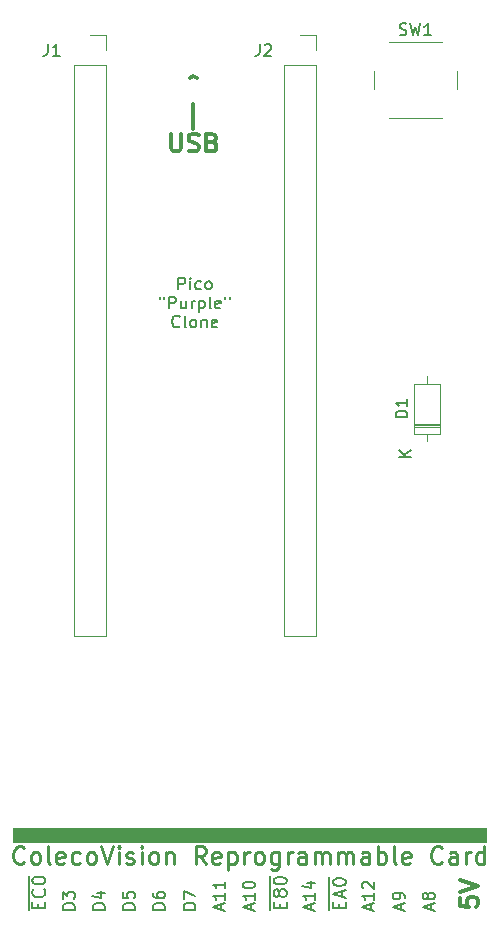
<source format=gbr>
%TF.GenerationSoftware,KiCad,Pcbnew,8.0.1*%
%TF.CreationDate,2024-04-26T17:01:43+02:00*%
%TF.ProjectId,PiCOLECO,5069434f-4c45-4434-9f2e-6b696361645f,1*%
%TF.SameCoordinates,Original*%
%TF.FileFunction,Legend,Top*%
%TF.FilePolarity,Positive*%
%FSLAX46Y46*%
G04 Gerber Fmt 4.6, Leading zero omitted, Abs format (unit mm)*
G04 Created by KiCad (PCBNEW 8.0.1) date 2024-04-26 17:01:43*
%MOMM*%
%LPD*%
G01*
G04 APERTURE LIST*
%ADD10C,0.150000*%
%ADD11C,0.300000*%
%ADD12C,0.250000*%
%ADD13C,0.200000*%
%ADD14C,0.100000*%
%ADD15C,0.120000*%
%ADD16R,1.750000X7.000000*%
%ADD17R,1.750000X5.750000*%
%ADD18C,2.000000*%
%ADD19R,1.700000X1.700000*%
%ADD20O,1.700000X1.700000*%
%ADD21R,1.600000X1.600000*%
%ADD22O,1.600000X1.600000*%
G04 APERTURE END LIST*
D10*
X93069048Y-93624931D02*
X93069048Y-92624931D01*
X93069048Y-92624931D02*
X93450000Y-92624931D01*
X93450000Y-92624931D02*
X93545238Y-92672550D01*
X93545238Y-92672550D02*
X93592857Y-92720169D01*
X93592857Y-92720169D02*
X93640476Y-92815407D01*
X93640476Y-92815407D02*
X93640476Y-92958264D01*
X93640476Y-92958264D02*
X93592857Y-93053502D01*
X93592857Y-93053502D02*
X93545238Y-93101121D01*
X93545238Y-93101121D02*
X93450000Y-93148740D01*
X93450000Y-93148740D02*
X93069048Y-93148740D01*
X94069048Y-93624931D02*
X94069048Y-92958264D01*
X94069048Y-92624931D02*
X94021429Y-92672550D01*
X94021429Y-92672550D02*
X94069048Y-92720169D01*
X94069048Y-92720169D02*
X94116667Y-92672550D01*
X94116667Y-92672550D02*
X94069048Y-92624931D01*
X94069048Y-92624931D02*
X94069048Y-92720169D01*
X94973809Y-93577312D02*
X94878571Y-93624931D01*
X94878571Y-93624931D02*
X94688095Y-93624931D01*
X94688095Y-93624931D02*
X94592857Y-93577312D01*
X94592857Y-93577312D02*
X94545238Y-93529692D01*
X94545238Y-93529692D02*
X94497619Y-93434454D01*
X94497619Y-93434454D02*
X94497619Y-93148740D01*
X94497619Y-93148740D02*
X94545238Y-93053502D01*
X94545238Y-93053502D02*
X94592857Y-93005883D01*
X94592857Y-93005883D02*
X94688095Y-92958264D01*
X94688095Y-92958264D02*
X94878571Y-92958264D01*
X94878571Y-92958264D02*
X94973809Y-93005883D01*
X95545238Y-93624931D02*
X95450000Y-93577312D01*
X95450000Y-93577312D02*
X95402381Y-93529692D01*
X95402381Y-93529692D02*
X95354762Y-93434454D01*
X95354762Y-93434454D02*
X95354762Y-93148740D01*
X95354762Y-93148740D02*
X95402381Y-93053502D01*
X95402381Y-93053502D02*
X95450000Y-93005883D01*
X95450000Y-93005883D02*
X95545238Y-92958264D01*
X95545238Y-92958264D02*
X95688095Y-92958264D01*
X95688095Y-92958264D02*
X95783333Y-93005883D01*
X95783333Y-93005883D02*
X95830952Y-93053502D01*
X95830952Y-93053502D02*
X95878571Y-93148740D01*
X95878571Y-93148740D02*
X95878571Y-93434454D01*
X95878571Y-93434454D02*
X95830952Y-93529692D01*
X95830952Y-93529692D02*
X95783333Y-93577312D01*
X95783333Y-93577312D02*
X95688095Y-93624931D01*
X95688095Y-93624931D02*
X95545238Y-93624931D01*
X91473809Y-94234875D02*
X91473809Y-94425351D01*
X91854761Y-94234875D02*
X91854761Y-94425351D01*
X92283333Y-95234875D02*
X92283333Y-94234875D01*
X92283333Y-94234875D02*
X92664285Y-94234875D01*
X92664285Y-94234875D02*
X92759523Y-94282494D01*
X92759523Y-94282494D02*
X92807142Y-94330113D01*
X92807142Y-94330113D02*
X92854761Y-94425351D01*
X92854761Y-94425351D02*
X92854761Y-94568208D01*
X92854761Y-94568208D02*
X92807142Y-94663446D01*
X92807142Y-94663446D02*
X92759523Y-94711065D01*
X92759523Y-94711065D02*
X92664285Y-94758684D01*
X92664285Y-94758684D02*
X92283333Y-94758684D01*
X93711904Y-94568208D02*
X93711904Y-95234875D01*
X93283333Y-94568208D02*
X93283333Y-95092017D01*
X93283333Y-95092017D02*
X93330952Y-95187256D01*
X93330952Y-95187256D02*
X93426190Y-95234875D01*
X93426190Y-95234875D02*
X93569047Y-95234875D01*
X93569047Y-95234875D02*
X93664285Y-95187256D01*
X93664285Y-95187256D02*
X93711904Y-95139636D01*
X94188095Y-95234875D02*
X94188095Y-94568208D01*
X94188095Y-94758684D02*
X94235714Y-94663446D01*
X94235714Y-94663446D02*
X94283333Y-94615827D01*
X94283333Y-94615827D02*
X94378571Y-94568208D01*
X94378571Y-94568208D02*
X94473809Y-94568208D01*
X94807143Y-94568208D02*
X94807143Y-95568208D01*
X94807143Y-94615827D02*
X94902381Y-94568208D01*
X94902381Y-94568208D02*
X95092857Y-94568208D01*
X95092857Y-94568208D02*
X95188095Y-94615827D01*
X95188095Y-94615827D02*
X95235714Y-94663446D01*
X95235714Y-94663446D02*
X95283333Y-94758684D01*
X95283333Y-94758684D02*
X95283333Y-95044398D01*
X95283333Y-95044398D02*
X95235714Y-95139636D01*
X95235714Y-95139636D02*
X95188095Y-95187256D01*
X95188095Y-95187256D02*
X95092857Y-95234875D01*
X95092857Y-95234875D02*
X94902381Y-95234875D01*
X94902381Y-95234875D02*
X94807143Y-95187256D01*
X95854762Y-95234875D02*
X95759524Y-95187256D01*
X95759524Y-95187256D02*
X95711905Y-95092017D01*
X95711905Y-95092017D02*
X95711905Y-94234875D01*
X96616667Y-95187256D02*
X96521429Y-95234875D01*
X96521429Y-95234875D02*
X96330953Y-95234875D01*
X96330953Y-95234875D02*
X96235715Y-95187256D01*
X96235715Y-95187256D02*
X96188096Y-95092017D01*
X96188096Y-95092017D02*
X96188096Y-94711065D01*
X96188096Y-94711065D02*
X96235715Y-94615827D01*
X96235715Y-94615827D02*
X96330953Y-94568208D01*
X96330953Y-94568208D02*
X96521429Y-94568208D01*
X96521429Y-94568208D02*
X96616667Y-94615827D01*
X96616667Y-94615827D02*
X96664286Y-94711065D01*
X96664286Y-94711065D02*
X96664286Y-94806303D01*
X96664286Y-94806303D02*
X96188096Y-94901541D01*
X97045239Y-94234875D02*
X97045239Y-94425351D01*
X97426191Y-94234875D02*
X97426191Y-94425351D01*
X93164285Y-96749580D02*
X93116666Y-96797200D01*
X93116666Y-96797200D02*
X92973809Y-96844819D01*
X92973809Y-96844819D02*
X92878571Y-96844819D01*
X92878571Y-96844819D02*
X92735714Y-96797200D01*
X92735714Y-96797200D02*
X92640476Y-96701961D01*
X92640476Y-96701961D02*
X92592857Y-96606723D01*
X92592857Y-96606723D02*
X92545238Y-96416247D01*
X92545238Y-96416247D02*
X92545238Y-96273390D01*
X92545238Y-96273390D02*
X92592857Y-96082914D01*
X92592857Y-96082914D02*
X92640476Y-95987676D01*
X92640476Y-95987676D02*
X92735714Y-95892438D01*
X92735714Y-95892438D02*
X92878571Y-95844819D01*
X92878571Y-95844819D02*
X92973809Y-95844819D01*
X92973809Y-95844819D02*
X93116666Y-95892438D01*
X93116666Y-95892438D02*
X93164285Y-95940057D01*
X93735714Y-96844819D02*
X93640476Y-96797200D01*
X93640476Y-96797200D02*
X93592857Y-96701961D01*
X93592857Y-96701961D02*
X93592857Y-95844819D01*
X94259524Y-96844819D02*
X94164286Y-96797200D01*
X94164286Y-96797200D02*
X94116667Y-96749580D01*
X94116667Y-96749580D02*
X94069048Y-96654342D01*
X94069048Y-96654342D02*
X94069048Y-96368628D01*
X94069048Y-96368628D02*
X94116667Y-96273390D01*
X94116667Y-96273390D02*
X94164286Y-96225771D01*
X94164286Y-96225771D02*
X94259524Y-96178152D01*
X94259524Y-96178152D02*
X94402381Y-96178152D01*
X94402381Y-96178152D02*
X94497619Y-96225771D01*
X94497619Y-96225771D02*
X94545238Y-96273390D01*
X94545238Y-96273390D02*
X94592857Y-96368628D01*
X94592857Y-96368628D02*
X94592857Y-96654342D01*
X94592857Y-96654342D02*
X94545238Y-96749580D01*
X94545238Y-96749580D02*
X94497619Y-96797200D01*
X94497619Y-96797200D02*
X94402381Y-96844819D01*
X94402381Y-96844819D02*
X94259524Y-96844819D01*
X95021429Y-96178152D02*
X95021429Y-96844819D01*
X95021429Y-96273390D02*
X95069048Y-96225771D01*
X95069048Y-96225771D02*
X95164286Y-96178152D01*
X95164286Y-96178152D02*
X95307143Y-96178152D01*
X95307143Y-96178152D02*
X95402381Y-96225771D01*
X95402381Y-96225771D02*
X95450000Y-96321009D01*
X95450000Y-96321009D02*
X95450000Y-96844819D01*
X96307143Y-96797200D02*
X96211905Y-96844819D01*
X96211905Y-96844819D02*
X96021429Y-96844819D01*
X96021429Y-96844819D02*
X95926191Y-96797200D01*
X95926191Y-96797200D02*
X95878572Y-96701961D01*
X95878572Y-96701961D02*
X95878572Y-96321009D01*
X95878572Y-96321009D02*
X95926191Y-96225771D01*
X95926191Y-96225771D02*
X96021429Y-96178152D01*
X96021429Y-96178152D02*
X96211905Y-96178152D01*
X96211905Y-96178152D02*
X96307143Y-96225771D01*
X96307143Y-96225771D02*
X96354762Y-96321009D01*
X96354762Y-96321009D02*
X96354762Y-96416247D01*
X96354762Y-96416247D02*
X95878572Y-96511485D01*
D11*
X94039286Y-75763853D02*
X94325000Y-75549568D01*
X94325000Y-75549568D02*
X94610714Y-75763853D01*
X94325000Y-80035912D02*
X94325000Y-77893055D01*
X92432142Y-80450828D02*
X92432142Y-81665114D01*
X92432142Y-81665114D02*
X92503571Y-81807971D01*
X92503571Y-81807971D02*
X92575000Y-81879400D01*
X92575000Y-81879400D02*
X92717857Y-81950828D01*
X92717857Y-81950828D02*
X93003571Y-81950828D01*
X93003571Y-81950828D02*
X93146428Y-81879400D01*
X93146428Y-81879400D02*
X93217857Y-81807971D01*
X93217857Y-81807971D02*
X93289285Y-81665114D01*
X93289285Y-81665114D02*
X93289285Y-80450828D01*
X93932143Y-81879400D02*
X94146429Y-81950828D01*
X94146429Y-81950828D02*
X94503571Y-81950828D01*
X94503571Y-81950828D02*
X94646429Y-81879400D01*
X94646429Y-81879400D02*
X94717857Y-81807971D01*
X94717857Y-81807971D02*
X94789286Y-81665114D01*
X94789286Y-81665114D02*
X94789286Y-81522257D01*
X94789286Y-81522257D02*
X94717857Y-81379400D01*
X94717857Y-81379400D02*
X94646429Y-81307971D01*
X94646429Y-81307971D02*
X94503571Y-81236542D01*
X94503571Y-81236542D02*
X94217857Y-81165114D01*
X94217857Y-81165114D02*
X94075000Y-81093685D01*
X94075000Y-81093685D02*
X94003571Y-81022257D01*
X94003571Y-81022257D02*
X93932143Y-80879400D01*
X93932143Y-80879400D02*
X93932143Y-80736542D01*
X93932143Y-80736542D02*
X94003571Y-80593685D01*
X94003571Y-80593685D02*
X94075000Y-80522257D01*
X94075000Y-80522257D02*
X94217857Y-80450828D01*
X94217857Y-80450828D02*
X94575000Y-80450828D01*
X94575000Y-80450828D02*
X94789286Y-80522257D01*
X95932142Y-81165114D02*
X96146428Y-81236542D01*
X96146428Y-81236542D02*
X96217857Y-81307971D01*
X96217857Y-81307971D02*
X96289285Y-81450828D01*
X96289285Y-81450828D02*
X96289285Y-81665114D01*
X96289285Y-81665114D02*
X96217857Y-81807971D01*
X96217857Y-81807971D02*
X96146428Y-81879400D01*
X96146428Y-81879400D02*
X96003571Y-81950828D01*
X96003571Y-81950828D02*
X95432142Y-81950828D01*
X95432142Y-81950828D02*
X95432142Y-80450828D01*
X95432142Y-80450828D02*
X95932142Y-80450828D01*
X95932142Y-80450828D02*
X96075000Y-80522257D01*
X96075000Y-80522257D02*
X96146428Y-80593685D01*
X96146428Y-80593685D02*
X96217857Y-80736542D01*
X96217857Y-80736542D02*
X96217857Y-80879400D01*
X96217857Y-80879400D02*
X96146428Y-81022257D01*
X96146428Y-81022257D02*
X96075000Y-81093685D01*
X96075000Y-81093685D02*
X95932142Y-81165114D01*
X95932142Y-81165114D02*
X95432142Y-81165114D01*
X116920028Y-145118913D02*
X116920028Y-145833199D01*
X116920028Y-145833199D02*
X117634314Y-145904627D01*
X117634314Y-145904627D02*
X117562885Y-145833199D01*
X117562885Y-145833199D02*
X117491457Y-145690342D01*
X117491457Y-145690342D02*
X117491457Y-145333199D01*
X117491457Y-145333199D02*
X117562885Y-145190342D01*
X117562885Y-145190342D02*
X117634314Y-145118913D01*
X117634314Y-145118913D02*
X117777171Y-145047484D01*
X117777171Y-145047484D02*
X118134314Y-145047484D01*
X118134314Y-145047484D02*
X118277171Y-145118913D01*
X118277171Y-145118913D02*
X118348600Y-145190342D01*
X118348600Y-145190342D02*
X118420028Y-145333199D01*
X118420028Y-145333199D02*
X118420028Y-145690342D01*
X118420028Y-145690342D02*
X118348600Y-145833199D01*
X118348600Y-145833199D02*
X118277171Y-145904627D01*
X116920028Y-144618913D02*
X118420028Y-144118913D01*
X118420028Y-144118913D02*
X116920028Y-143618913D01*
D10*
X109338304Y-146150675D02*
X109338304Y-145674485D01*
X109624019Y-146245913D02*
X108624019Y-145912580D01*
X108624019Y-145912580D02*
X109624019Y-145579247D01*
X109624019Y-144722104D02*
X109624019Y-145293532D01*
X109624019Y-145007818D02*
X108624019Y-145007818D01*
X108624019Y-145007818D02*
X108766876Y-145103056D01*
X108766876Y-145103056D02*
X108862114Y-145198294D01*
X108862114Y-145198294D02*
X108909733Y-145293532D01*
X108719257Y-144341151D02*
X108671638Y-144293532D01*
X108671638Y-144293532D02*
X108624019Y-144198294D01*
X108624019Y-144198294D02*
X108624019Y-143960199D01*
X108624019Y-143960199D02*
X108671638Y-143864961D01*
X108671638Y-143864961D02*
X108719257Y-143817342D01*
X108719257Y-143817342D02*
X108814495Y-143769723D01*
X108814495Y-143769723D02*
X108909733Y-143769723D01*
X108909733Y-143769723D02*
X109052590Y-143817342D01*
X109052590Y-143817342D02*
X109624019Y-144388770D01*
X109624019Y-144388770D02*
X109624019Y-143769723D01*
X104321804Y-146150675D02*
X104321804Y-145674485D01*
X104607519Y-146245913D02*
X103607519Y-145912580D01*
X103607519Y-145912580D02*
X104607519Y-145579247D01*
X104607519Y-144722104D02*
X104607519Y-145293532D01*
X104607519Y-145007818D02*
X103607519Y-145007818D01*
X103607519Y-145007818D02*
X103750376Y-145103056D01*
X103750376Y-145103056D02*
X103845614Y-145198294D01*
X103845614Y-145198294D02*
X103893233Y-145293532D01*
X103940852Y-143864961D02*
X104607519Y-143864961D01*
X103559900Y-144103056D02*
X104274185Y-144341151D01*
X104274185Y-144341151D02*
X104274185Y-143722104D01*
D12*
X80024285Y-142143070D02*
X79952857Y-142214499D01*
X79952857Y-142214499D02*
X79738571Y-142285927D01*
X79738571Y-142285927D02*
X79595714Y-142285927D01*
X79595714Y-142285927D02*
X79381428Y-142214499D01*
X79381428Y-142214499D02*
X79238571Y-142071641D01*
X79238571Y-142071641D02*
X79167142Y-141928784D01*
X79167142Y-141928784D02*
X79095714Y-141643070D01*
X79095714Y-141643070D02*
X79095714Y-141428784D01*
X79095714Y-141428784D02*
X79167142Y-141143070D01*
X79167142Y-141143070D02*
X79238571Y-141000213D01*
X79238571Y-141000213D02*
X79381428Y-140857356D01*
X79381428Y-140857356D02*
X79595714Y-140785927D01*
X79595714Y-140785927D02*
X79738571Y-140785927D01*
X79738571Y-140785927D02*
X79952857Y-140857356D01*
X79952857Y-140857356D02*
X80024285Y-140928784D01*
X80881428Y-142285927D02*
X80738571Y-142214499D01*
X80738571Y-142214499D02*
X80667142Y-142143070D01*
X80667142Y-142143070D02*
X80595714Y-142000213D01*
X80595714Y-142000213D02*
X80595714Y-141571641D01*
X80595714Y-141571641D02*
X80667142Y-141428784D01*
X80667142Y-141428784D02*
X80738571Y-141357356D01*
X80738571Y-141357356D02*
X80881428Y-141285927D01*
X80881428Y-141285927D02*
X81095714Y-141285927D01*
X81095714Y-141285927D02*
X81238571Y-141357356D01*
X81238571Y-141357356D02*
X81310000Y-141428784D01*
X81310000Y-141428784D02*
X81381428Y-141571641D01*
X81381428Y-141571641D02*
X81381428Y-142000213D01*
X81381428Y-142000213D02*
X81310000Y-142143070D01*
X81310000Y-142143070D02*
X81238571Y-142214499D01*
X81238571Y-142214499D02*
X81095714Y-142285927D01*
X81095714Y-142285927D02*
X80881428Y-142285927D01*
X82238571Y-142285927D02*
X82095714Y-142214499D01*
X82095714Y-142214499D02*
X82024285Y-142071641D01*
X82024285Y-142071641D02*
X82024285Y-140785927D01*
X83381428Y-142214499D02*
X83238571Y-142285927D01*
X83238571Y-142285927D02*
X82952857Y-142285927D01*
X82952857Y-142285927D02*
X82809999Y-142214499D01*
X82809999Y-142214499D02*
X82738571Y-142071641D01*
X82738571Y-142071641D02*
X82738571Y-141500213D01*
X82738571Y-141500213D02*
X82809999Y-141357356D01*
X82809999Y-141357356D02*
X82952857Y-141285927D01*
X82952857Y-141285927D02*
X83238571Y-141285927D01*
X83238571Y-141285927D02*
X83381428Y-141357356D01*
X83381428Y-141357356D02*
X83452857Y-141500213D01*
X83452857Y-141500213D02*
X83452857Y-141643070D01*
X83452857Y-141643070D02*
X82738571Y-141785927D01*
X84738571Y-142214499D02*
X84595713Y-142285927D01*
X84595713Y-142285927D02*
X84309999Y-142285927D01*
X84309999Y-142285927D02*
X84167142Y-142214499D01*
X84167142Y-142214499D02*
X84095713Y-142143070D01*
X84095713Y-142143070D02*
X84024285Y-142000213D01*
X84024285Y-142000213D02*
X84024285Y-141571641D01*
X84024285Y-141571641D02*
X84095713Y-141428784D01*
X84095713Y-141428784D02*
X84167142Y-141357356D01*
X84167142Y-141357356D02*
X84309999Y-141285927D01*
X84309999Y-141285927D02*
X84595713Y-141285927D01*
X84595713Y-141285927D02*
X84738571Y-141357356D01*
X85595713Y-142285927D02*
X85452856Y-142214499D01*
X85452856Y-142214499D02*
X85381427Y-142143070D01*
X85381427Y-142143070D02*
X85309999Y-142000213D01*
X85309999Y-142000213D02*
X85309999Y-141571641D01*
X85309999Y-141571641D02*
X85381427Y-141428784D01*
X85381427Y-141428784D02*
X85452856Y-141357356D01*
X85452856Y-141357356D02*
X85595713Y-141285927D01*
X85595713Y-141285927D02*
X85809999Y-141285927D01*
X85809999Y-141285927D02*
X85952856Y-141357356D01*
X85952856Y-141357356D02*
X86024285Y-141428784D01*
X86024285Y-141428784D02*
X86095713Y-141571641D01*
X86095713Y-141571641D02*
X86095713Y-142000213D01*
X86095713Y-142000213D02*
X86024285Y-142143070D01*
X86024285Y-142143070D02*
X85952856Y-142214499D01*
X85952856Y-142214499D02*
X85809999Y-142285927D01*
X85809999Y-142285927D02*
X85595713Y-142285927D01*
X86524285Y-140785927D02*
X87024285Y-142285927D01*
X87024285Y-142285927D02*
X87524285Y-140785927D01*
X88024284Y-142285927D02*
X88024284Y-141285927D01*
X88024284Y-140785927D02*
X87952856Y-140857356D01*
X87952856Y-140857356D02*
X88024284Y-140928784D01*
X88024284Y-140928784D02*
X88095713Y-140857356D01*
X88095713Y-140857356D02*
X88024284Y-140785927D01*
X88024284Y-140785927D02*
X88024284Y-140928784D01*
X88667142Y-142214499D02*
X88809999Y-142285927D01*
X88809999Y-142285927D02*
X89095713Y-142285927D01*
X89095713Y-142285927D02*
X89238570Y-142214499D01*
X89238570Y-142214499D02*
X89309999Y-142071641D01*
X89309999Y-142071641D02*
X89309999Y-142000213D01*
X89309999Y-142000213D02*
X89238570Y-141857356D01*
X89238570Y-141857356D02*
X89095713Y-141785927D01*
X89095713Y-141785927D02*
X88881428Y-141785927D01*
X88881428Y-141785927D02*
X88738570Y-141714499D01*
X88738570Y-141714499D02*
X88667142Y-141571641D01*
X88667142Y-141571641D02*
X88667142Y-141500213D01*
X88667142Y-141500213D02*
X88738570Y-141357356D01*
X88738570Y-141357356D02*
X88881428Y-141285927D01*
X88881428Y-141285927D02*
X89095713Y-141285927D01*
X89095713Y-141285927D02*
X89238570Y-141357356D01*
X89952856Y-142285927D02*
X89952856Y-141285927D01*
X89952856Y-140785927D02*
X89881428Y-140857356D01*
X89881428Y-140857356D02*
X89952856Y-140928784D01*
X89952856Y-140928784D02*
X90024285Y-140857356D01*
X90024285Y-140857356D02*
X89952856Y-140785927D01*
X89952856Y-140785927D02*
X89952856Y-140928784D01*
X90881428Y-142285927D02*
X90738571Y-142214499D01*
X90738571Y-142214499D02*
X90667142Y-142143070D01*
X90667142Y-142143070D02*
X90595714Y-142000213D01*
X90595714Y-142000213D02*
X90595714Y-141571641D01*
X90595714Y-141571641D02*
X90667142Y-141428784D01*
X90667142Y-141428784D02*
X90738571Y-141357356D01*
X90738571Y-141357356D02*
X90881428Y-141285927D01*
X90881428Y-141285927D02*
X91095714Y-141285927D01*
X91095714Y-141285927D02*
X91238571Y-141357356D01*
X91238571Y-141357356D02*
X91310000Y-141428784D01*
X91310000Y-141428784D02*
X91381428Y-141571641D01*
X91381428Y-141571641D02*
X91381428Y-142000213D01*
X91381428Y-142000213D02*
X91310000Y-142143070D01*
X91310000Y-142143070D02*
X91238571Y-142214499D01*
X91238571Y-142214499D02*
X91095714Y-142285927D01*
X91095714Y-142285927D02*
X90881428Y-142285927D01*
X92024285Y-141285927D02*
X92024285Y-142285927D01*
X92024285Y-141428784D02*
X92095714Y-141357356D01*
X92095714Y-141357356D02*
X92238571Y-141285927D01*
X92238571Y-141285927D02*
X92452857Y-141285927D01*
X92452857Y-141285927D02*
X92595714Y-141357356D01*
X92595714Y-141357356D02*
X92667143Y-141500213D01*
X92667143Y-141500213D02*
X92667143Y-142285927D01*
X95381428Y-142285927D02*
X94881428Y-141571641D01*
X94524285Y-142285927D02*
X94524285Y-140785927D01*
X94524285Y-140785927D02*
X95095714Y-140785927D01*
X95095714Y-140785927D02*
X95238571Y-140857356D01*
X95238571Y-140857356D02*
X95310000Y-140928784D01*
X95310000Y-140928784D02*
X95381428Y-141071641D01*
X95381428Y-141071641D02*
X95381428Y-141285927D01*
X95381428Y-141285927D02*
X95310000Y-141428784D01*
X95310000Y-141428784D02*
X95238571Y-141500213D01*
X95238571Y-141500213D02*
X95095714Y-141571641D01*
X95095714Y-141571641D02*
X94524285Y-141571641D01*
X96595714Y-142214499D02*
X96452857Y-142285927D01*
X96452857Y-142285927D02*
X96167143Y-142285927D01*
X96167143Y-142285927D02*
X96024285Y-142214499D01*
X96024285Y-142214499D02*
X95952857Y-142071641D01*
X95952857Y-142071641D02*
X95952857Y-141500213D01*
X95952857Y-141500213D02*
X96024285Y-141357356D01*
X96024285Y-141357356D02*
X96167143Y-141285927D01*
X96167143Y-141285927D02*
X96452857Y-141285927D01*
X96452857Y-141285927D02*
X96595714Y-141357356D01*
X96595714Y-141357356D02*
X96667143Y-141500213D01*
X96667143Y-141500213D02*
X96667143Y-141643070D01*
X96667143Y-141643070D02*
X95952857Y-141785927D01*
X97309999Y-141285927D02*
X97309999Y-142785927D01*
X97309999Y-141357356D02*
X97452857Y-141285927D01*
X97452857Y-141285927D02*
X97738571Y-141285927D01*
X97738571Y-141285927D02*
X97881428Y-141357356D01*
X97881428Y-141357356D02*
X97952857Y-141428784D01*
X97952857Y-141428784D02*
X98024285Y-141571641D01*
X98024285Y-141571641D02*
X98024285Y-142000213D01*
X98024285Y-142000213D02*
X97952857Y-142143070D01*
X97952857Y-142143070D02*
X97881428Y-142214499D01*
X97881428Y-142214499D02*
X97738571Y-142285927D01*
X97738571Y-142285927D02*
X97452857Y-142285927D01*
X97452857Y-142285927D02*
X97309999Y-142214499D01*
X98667142Y-142285927D02*
X98667142Y-141285927D01*
X98667142Y-141571641D02*
X98738571Y-141428784D01*
X98738571Y-141428784D02*
X98810000Y-141357356D01*
X98810000Y-141357356D02*
X98952857Y-141285927D01*
X98952857Y-141285927D02*
X99095714Y-141285927D01*
X99809999Y-142285927D02*
X99667142Y-142214499D01*
X99667142Y-142214499D02*
X99595713Y-142143070D01*
X99595713Y-142143070D02*
X99524285Y-142000213D01*
X99524285Y-142000213D02*
X99524285Y-141571641D01*
X99524285Y-141571641D02*
X99595713Y-141428784D01*
X99595713Y-141428784D02*
X99667142Y-141357356D01*
X99667142Y-141357356D02*
X99809999Y-141285927D01*
X99809999Y-141285927D02*
X100024285Y-141285927D01*
X100024285Y-141285927D02*
X100167142Y-141357356D01*
X100167142Y-141357356D02*
X100238571Y-141428784D01*
X100238571Y-141428784D02*
X100309999Y-141571641D01*
X100309999Y-141571641D02*
X100309999Y-142000213D01*
X100309999Y-142000213D02*
X100238571Y-142143070D01*
X100238571Y-142143070D02*
X100167142Y-142214499D01*
X100167142Y-142214499D02*
X100024285Y-142285927D01*
X100024285Y-142285927D02*
X99809999Y-142285927D01*
X101595714Y-141285927D02*
X101595714Y-142500213D01*
X101595714Y-142500213D02*
X101524285Y-142643070D01*
X101524285Y-142643070D02*
X101452856Y-142714499D01*
X101452856Y-142714499D02*
X101309999Y-142785927D01*
X101309999Y-142785927D02*
X101095714Y-142785927D01*
X101095714Y-142785927D02*
X100952856Y-142714499D01*
X101595714Y-142214499D02*
X101452856Y-142285927D01*
X101452856Y-142285927D02*
X101167142Y-142285927D01*
X101167142Y-142285927D02*
X101024285Y-142214499D01*
X101024285Y-142214499D02*
X100952856Y-142143070D01*
X100952856Y-142143070D02*
X100881428Y-142000213D01*
X100881428Y-142000213D02*
X100881428Y-141571641D01*
X100881428Y-141571641D02*
X100952856Y-141428784D01*
X100952856Y-141428784D02*
X101024285Y-141357356D01*
X101024285Y-141357356D02*
X101167142Y-141285927D01*
X101167142Y-141285927D02*
X101452856Y-141285927D01*
X101452856Y-141285927D02*
X101595714Y-141357356D01*
X102309999Y-142285927D02*
X102309999Y-141285927D01*
X102309999Y-141571641D02*
X102381428Y-141428784D01*
X102381428Y-141428784D02*
X102452857Y-141357356D01*
X102452857Y-141357356D02*
X102595714Y-141285927D01*
X102595714Y-141285927D02*
X102738571Y-141285927D01*
X103881428Y-142285927D02*
X103881428Y-141500213D01*
X103881428Y-141500213D02*
X103809999Y-141357356D01*
X103809999Y-141357356D02*
X103667142Y-141285927D01*
X103667142Y-141285927D02*
X103381428Y-141285927D01*
X103381428Y-141285927D02*
X103238570Y-141357356D01*
X103881428Y-142214499D02*
X103738570Y-142285927D01*
X103738570Y-142285927D02*
X103381428Y-142285927D01*
X103381428Y-142285927D02*
X103238570Y-142214499D01*
X103238570Y-142214499D02*
X103167142Y-142071641D01*
X103167142Y-142071641D02*
X103167142Y-141928784D01*
X103167142Y-141928784D02*
X103238570Y-141785927D01*
X103238570Y-141785927D02*
X103381428Y-141714499D01*
X103381428Y-141714499D02*
X103738570Y-141714499D01*
X103738570Y-141714499D02*
X103881428Y-141643070D01*
X104595713Y-142285927D02*
X104595713Y-141285927D01*
X104595713Y-141428784D02*
X104667142Y-141357356D01*
X104667142Y-141357356D02*
X104809999Y-141285927D01*
X104809999Y-141285927D02*
X105024285Y-141285927D01*
X105024285Y-141285927D02*
X105167142Y-141357356D01*
X105167142Y-141357356D02*
X105238571Y-141500213D01*
X105238571Y-141500213D02*
X105238571Y-142285927D01*
X105238571Y-141500213D02*
X105309999Y-141357356D01*
X105309999Y-141357356D02*
X105452856Y-141285927D01*
X105452856Y-141285927D02*
X105667142Y-141285927D01*
X105667142Y-141285927D02*
X105809999Y-141357356D01*
X105809999Y-141357356D02*
X105881428Y-141500213D01*
X105881428Y-141500213D02*
X105881428Y-142285927D01*
X106595713Y-142285927D02*
X106595713Y-141285927D01*
X106595713Y-141428784D02*
X106667142Y-141357356D01*
X106667142Y-141357356D02*
X106809999Y-141285927D01*
X106809999Y-141285927D02*
X107024285Y-141285927D01*
X107024285Y-141285927D02*
X107167142Y-141357356D01*
X107167142Y-141357356D02*
X107238571Y-141500213D01*
X107238571Y-141500213D02*
X107238571Y-142285927D01*
X107238571Y-141500213D02*
X107309999Y-141357356D01*
X107309999Y-141357356D02*
X107452856Y-141285927D01*
X107452856Y-141285927D02*
X107667142Y-141285927D01*
X107667142Y-141285927D02*
X107809999Y-141357356D01*
X107809999Y-141357356D02*
X107881428Y-141500213D01*
X107881428Y-141500213D02*
X107881428Y-142285927D01*
X109238571Y-142285927D02*
X109238571Y-141500213D01*
X109238571Y-141500213D02*
X109167142Y-141357356D01*
X109167142Y-141357356D02*
X109024285Y-141285927D01*
X109024285Y-141285927D02*
X108738571Y-141285927D01*
X108738571Y-141285927D02*
X108595713Y-141357356D01*
X109238571Y-142214499D02*
X109095713Y-142285927D01*
X109095713Y-142285927D02*
X108738571Y-142285927D01*
X108738571Y-142285927D02*
X108595713Y-142214499D01*
X108595713Y-142214499D02*
X108524285Y-142071641D01*
X108524285Y-142071641D02*
X108524285Y-141928784D01*
X108524285Y-141928784D02*
X108595713Y-141785927D01*
X108595713Y-141785927D02*
X108738571Y-141714499D01*
X108738571Y-141714499D02*
X109095713Y-141714499D01*
X109095713Y-141714499D02*
X109238571Y-141643070D01*
X109952856Y-142285927D02*
X109952856Y-140785927D01*
X109952856Y-141357356D02*
X110095714Y-141285927D01*
X110095714Y-141285927D02*
X110381428Y-141285927D01*
X110381428Y-141285927D02*
X110524285Y-141357356D01*
X110524285Y-141357356D02*
X110595714Y-141428784D01*
X110595714Y-141428784D02*
X110667142Y-141571641D01*
X110667142Y-141571641D02*
X110667142Y-142000213D01*
X110667142Y-142000213D02*
X110595714Y-142143070D01*
X110595714Y-142143070D02*
X110524285Y-142214499D01*
X110524285Y-142214499D02*
X110381428Y-142285927D01*
X110381428Y-142285927D02*
X110095714Y-142285927D01*
X110095714Y-142285927D02*
X109952856Y-142214499D01*
X111524285Y-142285927D02*
X111381428Y-142214499D01*
X111381428Y-142214499D02*
X111309999Y-142071641D01*
X111309999Y-142071641D02*
X111309999Y-140785927D01*
X112667142Y-142214499D02*
X112524285Y-142285927D01*
X112524285Y-142285927D02*
X112238571Y-142285927D01*
X112238571Y-142285927D02*
X112095713Y-142214499D01*
X112095713Y-142214499D02*
X112024285Y-142071641D01*
X112024285Y-142071641D02*
X112024285Y-141500213D01*
X112024285Y-141500213D02*
X112095713Y-141357356D01*
X112095713Y-141357356D02*
X112238571Y-141285927D01*
X112238571Y-141285927D02*
X112524285Y-141285927D01*
X112524285Y-141285927D02*
X112667142Y-141357356D01*
X112667142Y-141357356D02*
X112738571Y-141500213D01*
X112738571Y-141500213D02*
X112738571Y-141643070D01*
X112738571Y-141643070D02*
X112024285Y-141785927D01*
X115381427Y-142143070D02*
X115309999Y-142214499D01*
X115309999Y-142214499D02*
X115095713Y-142285927D01*
X115095713Y-142285927D02*
X114952856Y-142285927D01*
X114952856Y-142285927D02*
X114738570Y-142214499D01*
X114738570Y-142214499D02*
X114595713Y-142071641D01*
X114595713Y-142071641D02*
X114524284Y-141928784D01*
X114524284Y-141928784D02*
X114452856Y-141643070D01*
X114452856Y-141643070D02*
X114452856Y-141428784D01*
X114452856Y-141428784D02*
X114524284Y-141143070D01*
X114524284Y-141143070D02*
X114595713Y-141000213D01*
X114595713Y-141000213D02*
X114738570Y-140857356D01*
X114738570Y-140857356D02*
X114952856Y-140785927D01*
X114952856Y-140785927D02*
X115095713Y-140785927D01*
X115095713Y-140785927D02*
X115309999Y-140857356D01*
X115309999Y-140857356D02*
X115381427Y-140928784D01*
X116667142Y-142285927D02*
X116667142Y-141500213D01*
X116667142Y-141500213D02*
X116595713Y-141357356D01*
X116595713Y-141357356D02*
X116452856Y-141285927D01*
X116452856Y-141285927D02*
X116167142Y-141285927D01*
X116167142Y-141285927D02*
X116024284Y-141357356D01*
X116667142Y-142214499D02*
X116524284Y-142285927D01*
X116524284Y-142285927D02*
X116167142Y-142285927D01*
X116167142Y-142285927D02*
X116024284Y-142214499D01*
X116024284Y-142214499D02*
X115952856Y-142071641D01*
X115952856Y-142071641D02*
X115952856Y-141928784D01*
X115952856Y-141928784D02*
X116024284Y-141785927D01*
X116024284Y-141785927D02*
X116167142Y-141714499D01*
X116167142Y-141714499D02*
X116524284Y-141714499D01*
X116524284Y-141714499D02*
X116667142Y-141643070D01*
X117381427Y-142285927D02*
X117381427Y-141285927D01*
X117381427Y-141571641D02*
X117452856Y-141428784D01*
X117452856Y-141428784D02*
X117524285Y-141357356D01*
X117524285Y-141357356D02*
X117667142Y-141285927D01*
X117667142Y-141285927D02*
X117809999Y-141285927D01*
X118952856Y-142285927D02*
X118952856Y-140785927D01*
X118952856Y-142214499D02*
X118809998Y-142285927D01*
X118809998Y-142285927D02*
X118524284Y-142285927D01*
X118524284Y-142285927D02*
X118381427Y-142214499D01*
X118381427Y-142214499D02*
X118309998Y-142143070D01*
X118309998Y-142143070D02*
X118238570Y-142000213D01*
X118238570Y-142000213D02*
X118238570Y-141571641D01*
X118238570Y-141571641D02*
X118309998Y-141428784D01*
X118309998Y-141428784D02*
X118381427Y-141357356D01*
X118381427Y-141357356D02*
X118524284Y-141285927D01*
X118524284Y-141285927D02*
X118809998Y-141285927D01*
X118809998Y-141285927D02*
X118952856Y-141357356D01*
D10*
X91907519Y-146142794D02*
X90907519Y-146142794D01*
X90907519Y-146142794D02*
X90907519Y-145904699D01*
X90907519Y-145904699D02*
X90955138Y-145761842D01*
X90955138Y-145761842D02*
X91050376Y-145666604D01*
X91050376Y-145666604D02*
X91145614Y-145618985D01*
X91145614Y-145618985D02*
X91336090Y-145571366D01*
X91336090Y-145571366D02*
X91478947Y-145571366D01*
X91478947Y-145571366D02*
X91669423Y-145618985D01*
X91669423Y-145618985D02*
X91764661Y-145666604D01*
X91764661Y-145666604D02*
X91859900Y-145761842D01*
X91859900Y-145761842D02*
X91907519Y-145904699D01*
X91907519Y-145904699D02*
X91907519Y-146142794D01*
X90907519Y-144714223D02*
X90907519Y-144904699D01*
X90907519Y-144904699D02*
X90955138Y-144999937D01*
X90955138Y-144999937D02*
X91002757Y-145047556D01*
X91002757Y-145047556D02*
X91145614Y-145142794D01*
X91145614Y-145142794D02*
X91336090Y-145190413D01*
X91336090Y-145190413D02*
X91717042Y-145190413D01*
X91717042Y-145190413D02*
X91812280Y-145142794D01*
X91812280Y-145142794D02*
X91859900Y-145095175D01*
X91859900Y-145095175D02*
X91907519Y-144999937D01*
X91907519Y-144999937D02*
X91907519Y-144809461D01*
X91907519Y-144809461D02*
X91859900Y-144714223D01*
X91859900Y-144714223D02*
X91812280Y-144666604D01*
X91812280Y-144666604D02*
X91717042Y-144618985D01*
X91717042Y-144618985D02*
X91478947Y-144618985D01*
X91478947Y-144618985D02*
X91383709Y-144666604D01*
X91383709Y-144666604D02*
X91336090Y-144714223D01*
X91336090Y-144714223D02*
X91288471Y-144809461D01*
X91288471Y-144809461D02*
X91288471Y-144999937D01*
X91288471Y-144999937D02*
X91336090Y-145095175D01*
X91336090Y-145095175D02*
X91383709Y-145142794D01*
X91383709Y-145142794D02*
X91478947Y-145190413D01*
D13*
X81214990Y-146026022D02*
X81214990Y-145659355D01*
X81791180Y-145502212D02*
X81791180Y-146026022D01*
X81791180Y-146026022D02*
X80691180Y-146026022D01*
X80691180Y-146026022D02*
X80691180Y-145502212D01*
X81686419Y-144402212D02*
X81738800Y-144454593D01*
X81738800Y-144454593D02*
X81791180Y-144611736D01*
X81791180Y-144611736D02*
X81791180Y-144716498D01*
X81791180Y-144716498D02*
X81738800Y-144873641D01*
X81738800Y-144873641D02*
X81634038Y-144978403D01*
X81634038Y-144978403D02*
X81529276Y-145030784D01*
X81529276Y-145030784D02*
X81319752Y-145083165D01*
X81319752Y-145083165D02*
X81162609Y-145083165D01*
X81162609Y-145083165D02*
X80953085Y-145030784D01*
X80953085Y-145030784D02*
X80848323Y-144978403D01*
X80848323Y-144978403D02*
X80743561Y-144873641D01*
X80743561Y-144873641D02*
X80691180Y-144716498D01*
X80691180Y-144716498D02*
X80691180Y-144611736D01*
X80691180Y-144611736D02*
X80743561Y-144454593D01*
X80743561Y-144454593D02*
X80795942Y-144402212D01*
X80691180Y-143721260D02*
X80691180Y-143616498D01*
X80691180Y-143616498D02*
X80743561Y-143511736D01*
X80743561Y-143511736D02*
X80795942Y-143459355D01*
X80795942Y-143459355D02*
X80900704Y-143406974D01*
X80900704Y-143406974D02*
X81110228Y-143354593D01*
X81110228Y-143354593D02*
X81372133Y-143354593D01*
X81372133Y-143354593D02*
X81581657Y-143406974D01*
X81581657Y-143406974D02*
X81686419Y-143459355D01*
X81686419Y-143459355D02*
X81738800Y-143511736D01*
X81738800Y-143511736D02*
X81791180Y-143616498D01*
X81791180Y-143616498D02*
X81791180Y-143721260D01*
X81791180Y-143721260D02*
X81738800Y-143826022D01*
X81738800Y-143826022D02*
X81686419Y-143878403D01*
X81686419Y-143878403D02*
X81581657Y-143930784D01*
X81581657Y-143930784D02*
X81372133Y-143983165D01*
X81372133Y-143983165D02*
X81110228Y-143983165D01*
X81110228Y-143983165D02*
X80900704Y-143930784D01*
X80900704Y-143930784D02*
X80795942Y-143878403D01*
X80795942Y-143878403D02*
X80743561Y-143826022D01*
X80743561Y-143826022D02*
X80691180Y-143721260D01*
X80385800Y-146177927D02*
X80385800Y-143255070D01*
D10*
X89367519Y-146142794D02*
X88367519Y-146142794D01*
X88367519Y-146142794D02*
X88367519Y-145904699D01*
X88367519Y-145904699D02*
X88415138Y-145761842D01*
X88415138Y-145761842D02*
X88510376Y-145666604D01*
X88510376Y-145666604D02*
X88605614Y-145618985D01*
X88605614Y-145618985D02*
X88796090Y-145571366D01*
X88796090Y-145571366D02*
X88938947Y-145571366D01*
X88938947Y-145571366D02*
X89129423Y-145618985D01*
X89129423Y-145618985D02*
X89224661Y-145666604D01*
X89224661Y-145666604D02*
X89319900Y-145761842D01*
X89319900Y-145761842D02*
X89367519Y-145904699D01*
X89367519Y-145904699D02*
X89367519Y-146142794D01*
X88367519Y-144666604D02*
X88367519Y-145142794D01*
X88367519Y-145142794D02*
X88843709Y-145190413D01*
X88843709Y-145190413D02*
X88796090Y-145142794D01*
X88796090Y-145142794D02*
X88748471Y-145047556D01*
X88748471Y-145047556D02*
X88748471Y-144809461D01*
X88748471Y-144809461D02*
X88796090Y-144714223D01*
X88796090Y-144714223D02*
X88843709Y-144666604D01*
X88843709Y-144666604D02*
X88938947Y-144618985D01*
X88938947Y-144618985D02*
X89177042Y-144618985D01*
X89177042Y-144618985D02*
X89272280Y-144666604D01*
X89272280Y-144666604D02*
X89319900Y-144714223D01*
X89319900Y-144714223D02*
X89367519Y-144809461D01*
X89367519Y-144809461D02*
X89367519Y-145047556D01*
X89367519Y-145047556D02*
X89319900Y-145142794D01*
X89319900Y-145142794D02*
X89272280Y-145190413D01*
D13*
X106678490Y-146010951D02*
X106678490Y-145644284D01*
X107254680Y-145487141D02*
X107254680Y-146010951D01*
X107254680Y-146010951D02*
X106154680Y-146010951D01*
X106154680Y-146010951D02*
X106154680Y-145487141D01*
X106940395Y-145068094D02*
X106940395Y-144544284D01*
X107254680Y-145172856D02*
X106154680Y-144806189D01*
X106154680Y-144806189D02*
X107254680Y-144439522D01*
X106154680Y-143863332D02*
X106154680Y-143758570D01*
X106154680Y-143758570D02*
X106207061Y-143653808D01*
X106207061Y-143653808D02*
X106259442Y-143601427D01*
X106259442Y-143601427D02*
X106364204Y-143549046D01*
X106364204Y-143549046D02*
X106573728Y-143496665D01*
X106573728Y-143496665D02*
X106835633Y-143496665D01*
X106835633Y-143496665D02*
X107045157Y-143549046D01*
X107045157Y-143549046D02*
X107149919Y-143601427D01*
X107149919Y-143601427D02*
X107202300Y-143653808D01*
X107202300Y-143653808D02*
X107254680Y-143758570D01*
X107254680Y-143758570D02*
X107254680Y-143863332D01*
X107254680Y-143863332D02*
X107202300Y-143968094D01*
X107202300Y-143968094D02*
X107149919Y-144020475D01*
X107149919Y-144020475D02*
X107045157Y-144072856D01*
X107045157Y-144072856D02*
X106835633Y-144125237D01*
X106835633Y-144125237D02*
X106573728Y-144125237D01*
X106573728Y-144125237D02*
X106364204Y-144072856D01*
X106364204Y-144072856D02*
X106259442Y-144020475D01*
X106259442Y-144020475D02*
X106207061Y-143968094D01*
X106207061Y-143968094D02*
X106154680Y-143863332D01*
X105849300Y-146162856D02*
X105849300Y-143397142D01*
D10*
X114481804Y-146118985D02*
X114481804Y-145642795D01*
X114767519Y-146214223D02*
X113767519Y-145880890D01*
X113767519Y-145880890D02*
X114767519Y-145547557D01*
X114196090Y-145071366D02*
X114148471Y-145166604D01*
X114148471Y-145166604D02*
X114100852Y-145214223D01*
X114100852Y-145214223D02*
X114005614Y-145261842D01*
X114005614Y-145261842D02*
X113957995Y-145261842D01*
X113957995Y-145261842D02*
X113862757Y-145214223D01*
X113862757Y-145214223D02*
X113815138Y-145166604D01*
X113815138Y-145166604D02*
X113767519Y-145071366D01*
X113767519Y-145071366D02*
X113767519Y-144880890D01*
X113767519Y-144880890D02*
X113815138Y-144785652D01*
X113815138Y-144785652D02*
X113862757Y-144738033D01*
X113862757Y-144738033D02*
X113957995Y-144690414D01*
X113957995Y-144690414D02*
X114005614Y-144690414D01*
X114005614Y-144690414D02*
X114100852Y-144738033D01*
X114100852Y-144738033D02*
X114148471Y-144785652D01*
X114148471Y-144785652D02*
X114196090Y-144880890D01*
X114196090Y-144880890D02*
X114196090Y-145071366D01*
X114196090Y-145071366D02*
X114243709Y-145166604D01*
X114243709Y-145166604D02*
X114291328Y-145214223D01*
X114291328Y-145214223D02*
X114386566Y-145261842D01*
X114386566Y-145261842D02*
X114577042Y-145261842D01*
X114577042Y-145261842D02*
X114672280Y-145214223D01*
X114672280Y-145214223D02*
X114719900Y-145166604D01*
X114719900Y-145166604D02*
X114767519Y-145071366D01*
X114767519Y-145071366D02*
X114767519Y-144880890D01*
X114767519Y-144880890D02*
X114719900Y-144785652D01*
X114719900Y-144785652D02*
X114672280Y-144738033D01*
X114672280Y-144738033D02*
X114577042Y-144690414D01*
X114577042Y-144690414D02*
X114386566Y-144690414D01*
X114386566Y-144690414D02*
X114291328Y-144738033D01*
X114291328Y-144738033D02*
X114243709Y-144785652D01*
X114243709Y-144785652D02*
X114196090Y-144880890D01*
D13*
X101649289Y-145999832D02*
X101649289Y-145633165D01*
X102225479Y-145476022D02*
X102225479Y-145999832D01*
X102225479Y-145999832D02*
X101125479Y-145999832D01*
X101125479Y-145999832D02*
X101125479Y-145476022D01*
X101596908Y-144847451D02*
X101544527Y-144952213D01*
X101544527Y-144952213D02*
X101492146Y-145004594D01*
X101492146Y-145004594D02*
X101387384Y-145056975D01*
X101387384Y-145056975D02*
X101335003Y-145056975D01*
X101335003Y-145056975D02*
X101230241Y-145004594D01*
X101230241Y-145004594D02*
X101177860Y-144952213D01*
X101177860Y-144952213D02*
X101125479Y-144847451D01*
X101125479Y-144847451D02*
X101125479Y-144637927D01*
X101125479Y-144637927D02*
X101177860Y-144533165D01*
X101177860Y-144533165D02*
X101230241Y-144480784D01*
X101230241Y-144480784D02*
X101335003Y-144428403D01*
X101335003Y-144428403D02*
X101387384Y-144428403D01*
X101387384Y-144428403D02*
X101492146Y-144480784D01*
X101492146Y-144480784D02*
X101544527Y-144533165D01*
X101544527Y-144533165D02*
X101596908Y-144637927D01*
X101596908Y-144637927D02*
X101596908Y-144847451D01*
X101596908Y-144847451D02*
X101649289Y-144952213D01*
X101649289Y-144952213D02*
X101701670Y-145004594D01*
X101701670Y-145004594D02*
X101806432Y-145056975D01*
X101806432Y-145056975D02*
X102015956Y-145056975D01*
X102015956Y-145056975D02*
X102120718Y-145004594D01*
X102120718Y-145004594D02*
X102173099Y-144952213D01*
X102173099Y-144952213D02*
X102225479Y-144847451D01*
X102225479Y-144847451D02*
X102225479Y-144637927D01*
X102225479Y-144637927D02*
X102173099Y-144533165D01*
X102173099Y-144533165D02*
X102120718Y-144480784D01*
X102120718Y-144480784D02*
X102015956Y-144428403D01*
X102015956Y-144428403D02*
X101806432Y-144428403D01*
X101806432Y-144428403D02*
X101701670Y-144480784D01*
X101701670Y-144480784D02*
X101649289Y-144533165D01*
X101649289Y-144533165D02*
X101596908Y-144637927D01*
X101125479Y-143747451D02*
X101125479Y-143642689D01*
X101125479Y-143642689D02*
X101177860Y-143537927D01*
X101177860Y-143537927D02*
X101230241Y-143485546D01*
X101230241Y-143485546D02*
X101335003Y-143433165D01*
X101335003Y-143433165D02*
X101544527Y-143380784D01*
X101544527Y-143380784D02*
X101806432Y-143380784D01*
X101806432Y-143380784D02*
X102015956Y-143433165D01*
X102015956Y-143433165D02*
X102120718Y-143485546D01*
X102120718Y-143485546D02*
X102173099Y-143537927D01*
X102173099Y-143537927D02*
X102225479Y-143642689D01*
X102225479Y-143642689D02*
X102225479Y-143747451D01*
X102225479Y-143747451D02*
X102173099Y-143852213D01*
X102173099Y-143852213D02*
X102120718Y-143904594D01*
X102120718Y-143904594D02*
X102015956Y-143956975D01*
X102015956Y-143956975D02*
X101806432Y-144009356D01*
X101806432Y-144009356D02*
X101544527Y-144009356D01*
X101544527Y-144009356D02*
X101335003Y-143956975D01*
X101335003Y-143956975D02*
X101230241Y-143904594D01*
X101230241Y-143904594D02*
X101177860Y-143852213D01*
X101177860Y-143852213D02*
X101125479Y-143747451D01*
X100820099Y-146151737D02*
X100820099Y-143281261D01*
D10*
X96701804Y-146150675D02*
X96701804Y-145674485D01*
X96987519Y-146245913D02*
X95987519Y-145912580D01*
X95987519Y-145912580D02*
X96987519Y-145579247D01*
X96987519Y-144722104D02*
X96987519Y-145293532D01*
X96987519Y-145007818D02*
X95987519Y-145007818D01*
X95987519Y-145007818D02*
X96130376Y-145103056D01*
X96130376Y-145103056D02*
X96225614Y-145198294D01*
X96225614Y-145198294D02*
X96273233Y-145293532D01*
X96987519Y-143769723D02*
X96987519Y-144341151D01*
X96987519Y-144055437D02*
X95987519Y-144055437D01*
X95987519Y-144055437D02*
X96130376Y-144150675D01*
X96130376Y-144150675D02*
X96225614Y-144245913D01*
X96225614Y-144245913D02*
X96273233Y-144341151D01*
X99241804Y-146150675D02*
X99241804Y-145674485D01*
X99527519Y-146245913D02*
X98527519Y-145912580D01*
X98527519Y-145912580D02*
X99527519Y-145579247D01*
X99527519Y-144722104D02*
X99527519Y-145293532D01*
X99527519Y-145007818D02*
X98527519Y-145007818D01*
X98527519Y-145007818D02*
X98670376Y-145103056D01*
X98670376Y-145103056D02*
X98765614Y-145198294D01*
X98765614Y-145198294D02*
X98813233Y-145293532D01*
X98527519Y-144103056D02*
X98527519Y-144007818D01*
X98527519Y-144007818D02*
X98575138Y-143912580D01*
X98575138Y-143912580D02*
X98622757Y-143864961D01*
X98622757Y-143864961D02*
X98717995Y-143817342D01*
X98717995Y-143817342D02*
X98908471Y-143769723D01*
X98908471Y-143769723D02*
X99146566Y-143769723D01*
X99146566Y-143769723D02*
X99337042Y-143817342D01*
X99337042Y-143817342D02*
X99432280Y-143864961D01*
X99432280Y-143864961D02*
X99479900Y-143912580D01*
X99479900Y-143912580D02*
X99527519Y-144007818D01*
X99527519Y-144007818D02*
X99527519Y-144103056D01*
X99527519Y-144103056D02*
X99479900Y-144198294D01*
X99479900Y-144198294D02*
X99432280Y-144245913D01*
X99432280Y-144245913D02*
X99337042Y-144293532D01*
X99337042Y-144293532D02*
X99146566Y-144341151D01*
X99146566Y-144341151D02*
X98908471Y-144341151D01*
X98908471Y-144341151D02*
X98717995Y-144293532D01*
X98717995Y-144293532D02*
X98622757Y-144245913D01*
X98622757Y-144245913D02*
X98575138Y-144198294D01*
X98575138Y-144198294D02*
X98527519Y-144103056D01*
X84287519Y-146142794D02*
X83287519Y-146142794D01*
X83287519Y-146142794D02*
X83287519Y-145904699D01*
X83287519Y-145904699D02*
X83335138Y-145761842D01*
X83335138Y-145761842D02*
X83430376Y-145666604D01*
X83430376Y-145666604D02*
X83525614Y-145618985D01*
X83525614Y-145618985D02*
X83716090Y-145571366D01*
X83716090Y-145571366D02*
X83858947Y-145571366D01*
X83858947Y-145571366D02*
X84049423Y-145618985D01*
X84049423Y-145618985D02*
X84144661Y-145666604D01*
X84144661Y-145666604D02*
X84239900Y-145761842D01*
X84239900Y-145761842D02*
X84287519Y-145904699D01*
X84287519Y-145904699D02*
X84287519Y-146142794D01*
X83287519Y-145238032D02*
X83287519Y-144618985D01*
X83287519Y-144618985D02*
X83668471Y-144952318D01*
X83668471Y-144952318D02*
X83668471Y-144809461D01*
X83668471Y-144809461D02*
X83716090Y-144714223D01*
X83716090Y-144714223D02*
X83763709Y-144666604D01*
X83763709Y-144666604D02*
X83858947Y-144618985D01*
X83858947Y-144618985D02*
X84097042Y-144618985D01*
X84097042Y-144618985D02*
X84192280Y-144666604D01*
X84192280Y-144666604D02*
X84239900Y-144714223D01*
X84239900Y-144714223D02*
X84287519Y-144809461D01*
X84287519Y-144809461D02*
X84287519Y-145095175D01*
X84287519Y-145095175D02*
X84239900Y-145190413D01*
X84239900Y-145190413D02*
X84192280Y-145238032D01*
X86827519Y-146142794D02*
X85827519Y-146142794D01*
X85827519Y-146142794D02*
X85827519Y-145904699D01*
X85827519Y-145904699D02*
X85875138Y-145761842D01*
X85875138Y-145761842D02*
X85970376Y-145666604D01*
X85970376Y-145666604D02*
X86065614Y-145618985D01*
X86065614Y-145618985D02*
X86256090Y-145571366D01*
X86256090Y-145571366D02*
X86398947Y-145571366D01*
X86398947Y-145571366D02*
X86589423Y-145618985D01*
X86589423Y-145618985D02*
X86684661Y-145666604D01*
X86684661Y-145666604D02*
X86779900Y-145761842D01*
X86779900Y-145761842D02*
X86827519Y-145904699D01*
X86827519Y-145904699D02*
X86827519Y-146142794D01*
X86160852Y-144714223D02*
X86827519Y-144714223D01*
X85779900Y-144952318D02*
X86494185Y-145190413D01*
X86494185Y-145190413D02*
X86494185Y-144571366D01*
X94511019Y-146142794D02*
X93511019Y-146142794D01*
X93511019Y-146142794D02*
X93511019Y-145904699D01*
X93511019Y-145904699D02*
X93558638Y-145761842D01*
X93558638Y-145761842D02*
X93653876Y-145666604D01*
X93653876Y-145666604D02*
X93749114Y-145618985D01*
X93749114Y-145618985D02*
X93939590Y-145571366D01*
X93939590Y-145571366D02*
X94082447Y-145571366D01*
X94082447Y-145571366D02*
X94272923Y-145618985D01*
X94272923Y-145618985D02*
X94368161Y-145666604D01*
X94368161Y-145666604D02*
X94463400Y-145761842D01*
X94463400Y-145761842D02*
X94511019Y-145904699D01*
X94511019Y-145904699D02*
X94511019Y-146142794D01*
X93511019Y-145238032D02*
X93511019Y-144571366D01*
X93511019Y-144571366D02*
X94511019Y-144999937D01*
X111941804Y-146118985D02*
X111941804Y-145642795D01*
X112227519Y-146214223D02*
X111227519Y-145880890D01*
X111227519Y-145880890D02*
X112227519Y-145547557D01*
X112227519Y-145166604D02*
X112227519Y-144976128D01*
X112227519Y-144976128D02*
X112179900Y-144880890D01*
X112179900Y-144880890D02*
X112132280Y-144833271D01*
X112132280Y-144833271D02*
X111989423Y-144738033D01*
X111989423Y-144738033D02*
X111798947Y-144690414D01*
X111798947Y-144690414D02*
X111417995Y-144690414D01*
X111417995Y-144690414D02*
X111322757Y-144738033D01*
X111322757Y-144738033D02*
X111275138Y-144785652D01*
X111275138Y-144785652D02*
X111227519Y-144880890D01*
X111227519Y-144880890D02*
X111227519Y-145071366D01*
X111227519Y-145071366D02*
X111275138Y-145166604D01*
X111275138Y-145166604D02*
X111322757Y-145214223D01*
X111322757Y-145214223D02*
X111417995Y-145261842D01*
X111417995Y-145261842D02*
X111656090Y-145261842D01*
X111656090Y-145261842D02*
X111751328Y-145214223D01*
X111751328Y-145214223D02*
X111798947Y-145166604D01*
X111798947Y-145166604D02*
X111846566Y-145071366D01*
X111846566Y-145071366D02*
X111846566Y-144880890D01*
X111846566Y-144880890D02*
X111798947Y-144785652D01*
X111798947Y-144785652D02*
X111751328Y-144738033D01*
X111751328Y-144738033D02*
X111656090Y-144690414D01*
X111791667Y-72057200D02*
X111934524Y-72104819D01*
X111934524Y-72104819D02*
X112172619Y-72104819D01*
X112172619Y-72104819D02*
X112267857Y-72057200D01*
X112267857Y-72057200D02*
X112315476Y-72009580D01*
X112315476Y-72009580D02*
X112363095Y-71914342D01*
X112363095Y-71914342D02*
X112363095Y-71819104D01*
X112363095Y-71819104D02*
X112315476Y-71723866D01*
X112315476Y-71723866D02*
X112267857Y-71676247D01*
X112267857Y-71676247D02*
X112172619Y-71628628D01*
X112172619Y-71628628D02*
X111982143Y-71581009D01*
X111982143Y-71581009D02*
X111886905Y-71533390D01*
X111886905Y-71533390D02*
X111839286Y-71485771D01*
X111839286Y-71485771D02*
X111791667Y-71390533D01*
X111791667Y-71390533D02*
X111791667Y-71295295D01*
X111791667Y-71295295D02*
X111839286Y-71200057D01*
X111839286Y-71200057D02*
X111886905Y-71152438D01*
X111886905Y-71152438D02*
X111982143Y-71104819D01*
X111982143Y-71104819D02*
X112220238Y-71104819D01*
X112220238Y-71104819D02*
X112363095Y-71152438D01*
X112696429Y-71104819D02*
X112934524Y-72104819D01*
X112934524Y-72104819D02*
X113125000Y-71390533D01*
X113125000Y-71390533D02*
X113315476Y-72104819D01*
X113315476Y-72104819D02*
X113553572Y-71104819D01*
X114458333Y-72104819D02*
X113886905Y-72104819D01*
X114172619Y-72104819D02*
X114172619Y-71104819D01*
X114172619Y-71104819D02*
X114077381Y-71247676D01*
X114077381Y-71247676D02*
X113982143Y-71342914D01*
X113982143Y-71342914D02*
X113886905Y-71390533D01*
X99941666Y-72854819D02*
X99941666Y-73569104D01*
X99941666Y-73569104D02*
X99894047Y-73711961D01*
X99894047Y-73711961D02*
X99798809Y-73807200D01*
X99798809Y-73807200D02*
X99655952Y-73854819D01*
X99655952Y-73854819D02*
X99560714Y-73854819D01*
X100370238Y-72950057D02*
X100417857Y-72902438D01*
X100417857Y-72902438D02*
X100513095Y-72854819D01*
X100513095Y-72854819D02*
X100751190Y-72854819D01*
X100751190Y-72854819D02*
X100846428Y-72902438D01*
X100846428Y-72902438D02*
X100894047Y-72950057D01*
X100894047Y-72950057D02*
X100941666Y-73045295D01*
X100941666Y-73045295D02*
X100941666Y-73140533D01*
X100941666Y-73140533D02*
X100894047Y-73283390D01*
X100894047Y-73283390D02*
X100322619Y-73854819D01*
X100322619Y-73854819D02*
X100941666Y-73854819D01*
X82016666Y-72854819D02*
X82016666Y-73569104D01*
X82016666Y-73569104D02*
X81969047Y-73711961D01*
X81969047Y-73711961D02*
X81873809Y-73807200D01*
X81873809Y-73807200D02*
X81730952Y-73854819D01*
X81730952Y-73854819D02*
X81635714Y-73854819D01*
X83016666Y-73854819D02*
X82445238Y-73854819D01*
X82730952Y-73854819D02*
X82730952Y-72854819D01*
X82730952Y-72854819D02*
X82635714Y-72997676D01*
X82635714Y-72997676D02*
X82540476Y-73092914D01*
X82540476Y-73092914D02*
X82445238Y-73140533D01*
X112459819Y-104463094D02*
X111459819Y-104463094D01*
X111459819Y-104463094D02*
X111459819Y-104224999D01*
X111459819Y-104224999D02*
X111507438Y-104082142D01*
X111507438Y-104082142D02*
X111602676Y-103986904D01*
X111602676Y-103986904D02*
X111697914Y-103939285D01*
X111697914Y-103939285D02*
X111888390Y-103891666D01*
X111888390Y-103891666D02*
X112031247Y-103891666D01*
X112031247Y-103891666D02*
X112221723Y-103939285D01*
X112221723Y-103939285D02*
X112316961Y-103986904D01*
X112316961Y-103986904D02*
X112412200Y-104082142D01*
X112412200Y-104082142D02*
X112459819Y-104224999D01*
X112459819Y-104224999D02*
X112459819Y-104463094D01*
X112459819Y-102939285D02*
X112459819Y-103510713D01*
X112459819Y-103224999D02*
X111459819Y-103224999D01*
X111459819Y-103224999D02*
X111602676Y-103320237D01*
X111602676Y-103320237D02*
X111697914Y-103415475D01*
X111697914Y-103415475D02*
X111745533Y-103510713D01*
X112779819Y-107796904D02*
X111779819Y-107796904D01*
X112779819Y-107225476D02*
X112208390Y-107654047D01*
X111779819Y-107225476D02*
X112351247Y-107796904D01*
D14*
%TO.C,X1*%
X119075200Y-140451700D02*
X79070200Y-140451700D01*
X79070200Y-139245200D01*
X119075200Y-139245200D01*
X119075200Y-140451700D01*
G36*
X119075200Y-140451700D02*
G01*
X79070200Y-140451700D01*
X79070200Y-139245200D01*
X119075200Y-139245200D01*
X119075200Y-140451700D01*
G37*
D15*
%TO.C,SW1*%
X109625000Y-75150000D02*
X109625000Y-76650000D01*
X110875000Y-79150000D02*
X115375000Y-79150000D01*
X115375000Y-72650000D02*
X110875000Y-72650000D01*
X116625000Y-76650000D02*
X116625000Y-75150000D01*
%TO.C,J2*%
X102045000Y-74655000D02*
X102045000Y-122975000D01*
X102045000Y-74655000D02*
X104705000Y-74655000D01*
X102045000Y-122975000D02*
X104705000Y-122975000D01*
X103375000Y-72055000D02*
X104705000Y-72055000D01*
X104705000Y-72055000D02*
X104705000Y-73385000D01*
X104705000Y-74655000D02*
X104705000Y-122975000D01*
%TO.C,J1*%
X84270000Y-74655000D02*
X84270000Y-122975000D01*
X84270000Y-74655000D02*
X86930000Y-74655000D01*
X84270000Y-122975000D02*
X86930000Y-122975000D01*
X85600000Y-72055000D02*
X86930000Y-72055000D01*
X86930000Y-72055000D02*
X86930000Y-73385000D01*
X86930000Y-74655000D02*
X86930000Y-122975000D01*
%TO.C,D1*%
X114125000Y-106495000D02*
X114125000Y-105845000D01*
X113005000Y-105845000D02*
X115245000Y-105845000D01*
X115245000Y-105845000D02*
X115245000Y-101605000D01*
X113005000Y-105245000D02*
X115245000Y-105245000D01*
X113005000Y-105125000D02*
X115245000Y-105125000D01*
X113005000Y-105005000D02*
X115245000Y-105005000D01*
X113005000Y-101605000D02*
X113005000Y-105845000D01*
X115245000Y-101605000D02*
X113005000Y-101605000D01*
X114125000Y-100955000D02*
X114125000Y-101605000D01*
%TD*%
%LPC*%
D14*
%TO.C,X1*%
X119138700Y-153469200D02*
X78943200Y-153469200D01*
X78943200Y-146547700D01*
X119138700Y-146547700D01*
X119138700Y-153469200D01*
G36*
X119138700Y-153469200D02*
G01*
X78943200Y-153469200D01*
X78943200Y-146547700D01*
X119138700Y-146547700D01*
X119138700Y-153469200D01*
G37*
%TD*%
D16*
%TO.C,X1*%
X81292700Y-149976700D03*
X83832700Y-149976700D03*
X86372700Y-149976700D03*
X88912700Y-149976700D03*
X91452700Y-149976700D03*
X93992700Y-149976700D03*
X96532700Y-149976700D03*
X99072700Y-149976700D03*
X101612700Y-149976700D03*
X104152700Y-149976700D03*
X106692700Y-149976700D03*
X109232700Y-149976700D03*
X111772700Y-149976700D03*
X114312700Y-149976700D03*
D17*
X116852700Y-149341700D03*
%TD*%
D18*
%TO.C,SW1*%
X109875000Y-73650000D03*
X116375000Y-73650000D03*
X109875000Y-78150000D03*
X116375000Y-78150000D03*
%TD*%
D19*
%TO.C,J2*%
X103375000Y-73385000D03*
D20*
X103375000Y-75925000D03*
X103375000Y-78465000D03*
X103375000Y-81005000D03*
X103375000Y-83545000D03*
X103375000Y-86085000D03*
X103375000Y-88625000D03*
X103375000Y-91165000D03*
X103375000Y-93705000D03*
X103375000Y-96245000D03*
X103375000Y-98785000D03*
X103375000Y-101325000D03*
X103375000Y-103865000D03*
X103375000Y-106405000D03*
X103375000Y-108945000D03*
X103375000Y-111485000D03*
X103375000Y-114025000D03*
X103375000Y-116565000D03*
X103375000Y-119105000D03*
X103375000Y-121645000D03*
%TD*%
D19*
%TO.C,J1*%
X85600000Y-73385000D03*
D20*
X85600000Y-75925000D03*
X85600000Y-78465000D03*
X85600000Y-81005000D03*
X85600000Y-83545000D03*
X85600000Y-86085000D03*
X85600000Y-88625000D03*
X85600000Y-91165000D03*
X85600000Y-93705000D03*
X85600000Y-96245000D03*
X85600000Y-98785000D03*
X85600000Y-101325000D03*
X85600000Y-103865000D03*
X85600000Y-106405000D03*
X85600000Y-108945000D03*
X85600000Y-111485000D03*
X85600000Y-114025000D03*
X85600000Y-116565000D03*
X85600000Y-119105000D03*
X85600000Y-121645000D03*
%TD*%
D21*
%TO.C,D1*%
X114125000Y-107535000D03*
D22*
X114125000Y-99915000D03*
%TD*%
%LPD*%
M02*

</source>
